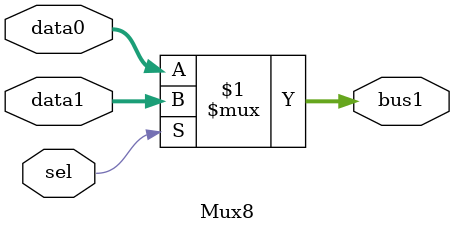
<source format=v>
`timescale 1ns / 1ps


module Mux8(
    input wire sel,
    input wire [7:0] data0,
    input wire [7:0] data1,
    output wire [7:0] bus1
    );
    assign bus1 = sel?data1:data0;
endmodule

</source>
